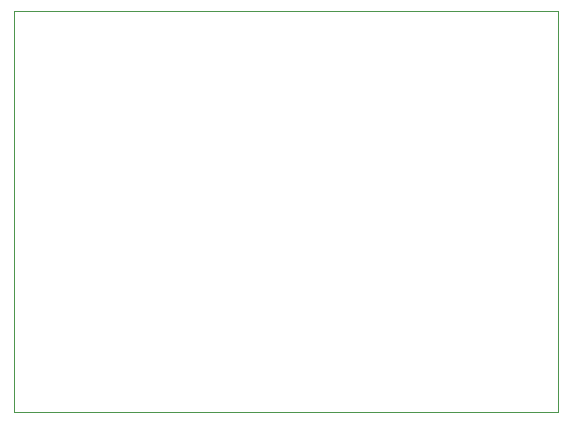
<source format=gm1>
G04 #@! TF.GenerationSoftware,KiCad,Pcbnew,5.1.2*
G04 #@! TF.CreationDate,2019-05-29T15:55:21-05:00*
G04 #@! TF.ProjectId,VaneController,56616e65-436f-46e7-9472-6f6c6c65722e,rev?*
G04 #@! TF.SameCoordinates,Original*
G04 #@! TF.FileFunction,Profile,NP*
%FSLAX46Y46*%
G04 Gerber Fmt 4.6, Leading zero omitted, Abs format (unit mm)*
G04 Created by KiCad (PCBNEW 5.1.2) date 2019-05-29 15:55:21*
%MOMM*%
%LPD*%
G04 APERTURE LIST*
%ADD10C,0.100000*%
G04 APERTURE END LIST*
D10*
X148400000Y-75000000D02*
X148400000Y-49200000D01*
X194400000Y-75000000D02*
X148400000Y-75000000D01*
X194400000Y-41000000D02*
X194400000Y-75000000D01*
X148400000Y-41000000D02*
X194400000Y-41000000D01*
X148400000Y-49200000D02*
X148400000Y-41000000D01*
M02*

</source>
